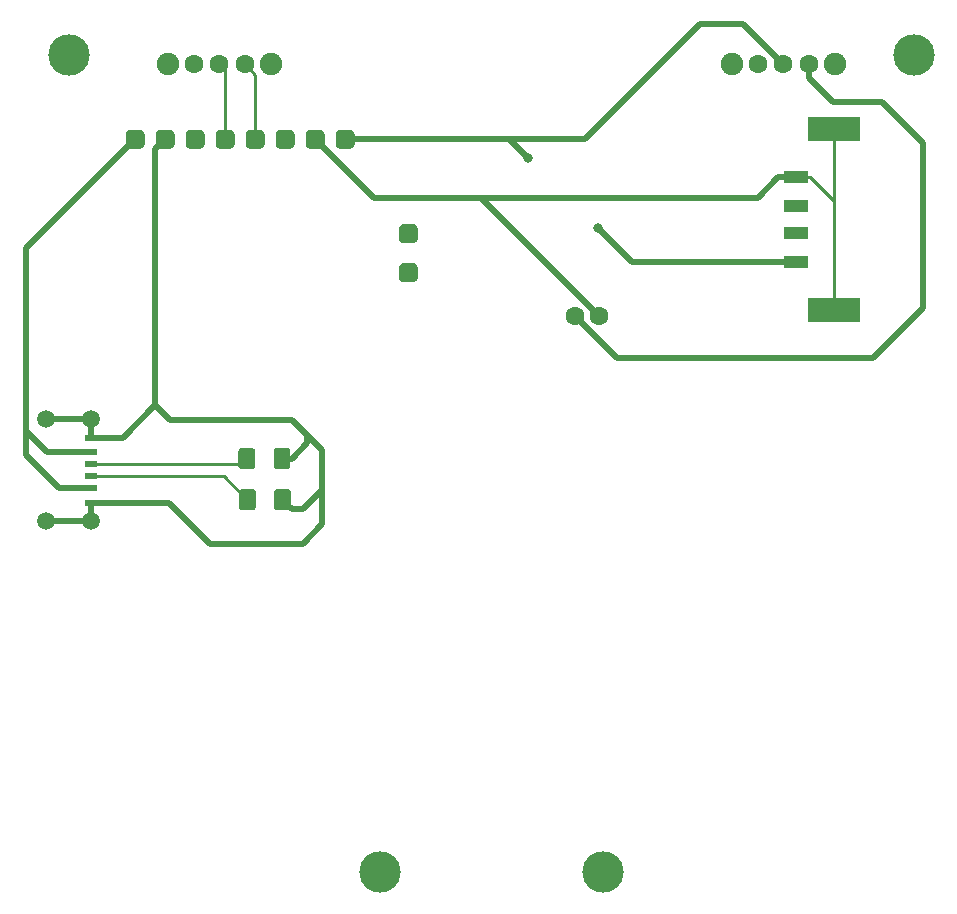
<source format=gbr>
G04 #@! TF.GenerationSoftware,KiCad,Pcbnew,5.0.2+dfsg1-1~bpo9+1*
G04 #@! TF.CreationDate,2019-09-03T10:55:47+01:00*
G04 #@! TF.ProjectId,retro_zero+a_power_board,72657472-6f5f-47a6-9572-6f2b615f706f,rev?*
G04 #@! TF.SameCoordinates,Original*
G04 #@! TF.FileFunction,Copper,L1,Top*
G04 #@! TF.FilePolarity,Positive*
%FSLAX46Y46*%
G04 Gerber Fmt 4.6, Leading zero omitted, Abs format (unit mm)*
G04 Created by KiCad (PCBNEW 5.0.2+dfsg1-1~bpo9+1) date Tue 03 Sep 2019 10:55:47 BST*
%MOMM*%
%LPD*%
G01*
G04 APERTURE LIST*
G04 #@! TA.AperFunction,ComponentPad*
%ADD10C,3.500000*%
G04 #@! TD*
G04 #@! TA.AperFunction,ComponentPad*
%ADD11C,1.600000*%
G04 #@! TD*
G04 #@! TA.AperFunction,ComponentPad*
%ADD12C,1.900000*%
G04 #@! TD*
G04 #@! TA.AperFunction,Conductor*
%ADD13C,0.100000*%
G04 #@! TD*
G04 #@! TA.AperFunction,SMDPad,CuDef*
%ADD14C,1.600000*%
G04 #@! TD*
G04 #@! TA.AperFunction,SMDPad,CuDef*
%ADD15C,1.425000*%
G04 #@! TD*
G04 #@! TA.AperFunction,SMDPad,CuDef*
%ADD16R,1.000000X0.520000*%
G04 #@! TD*
G04 #@! TA.AperFunction,SMDPad,CuDef*
%ADD17R,1.000000X0.600000*%
G04 #@! TD*
G04 #@! TA.AperFunction,ComponentPad*
%ADD18C,1.500000*%
G04 #@! TD*
G04 #@! TA.AperFunction,SMDPad,CuDef*
%ADD19R,2.000000X1.000000*%
G04 #@! TD*
G04 #@! TA.AperFunction,SMDPad,CuDef*
%ADD20R,4.500000X2.000000*%
G04 #@! TD*
G04 #@! TA.AperFunction,ViaPad*
%ADD21C,0.800000*%
G04 #@! TD*
G04 #@! TA.AperFunction,Conductor*
%ADD22C,0.500000*%
G04 #@! TD*
G04 #@! TA.AperFunction,Conductor*
%ADD23C,0.250000*%
G04 #@! TD*
G04 APERTURE END LIST*
D10*
G04 #@! TO.P,U5,1*
G04 #@! TO.N,Net-(U5-Pad1)*
X182829200Y-44081700D03*
G04 #@! TD*
G04 #@! TO.P,U6,1*
G04 #@! TO.N,Net-(U6-Pad1)*
X111252000Y-44081700D03*
G04 #@! TD*
G04 #@! TO.P,U7,1*
G04 #@! TO.N,Net-(U7-Pad1)*
X137617200Y-113182400D03*
G04 #@! TD*
G04 #@! TO.P,U8,1*
G04 #@! TO.N,Net-(U8-Pad1)*
X156464000Y-113182400D03*
G04 #@! TD*
D11*
G04 #@! TO.P,SW1,1*
G04 #@! TO.N,Net-(SW1-Pad1)*
X169595800Y-44831000D03*
G04 #@! TO.P,SW1,2*
G04 #@! TO.N,Net-(J1-Pad1)*
X171754800Y-44831000D03*
G04 #@! TO.P,SW1,3*
G04 #@! TO.N,Net-(SW1-Pad3)*
X173913800Y-44831000D03*
D12*
G04 #@! TO.P,SW1,4*
G04 #@! TO.N,N/C*
X167411400Y-44831000D03*
X176123600Y-44831000D03*
G04 #@! TD*
G04 #@! TO.P,SW2,4*
G04 #@! TO.N,N/C*
X128384300Y-44843700D03*
X119672100Y-44843700D03*
D11*
G04 #@! TO.P,SW2,3*
G04 #@! TO.N,Net-(SW2-Pad3)*
X126174500Y-44843700D03*
G04 #@! TO.P,SW2,2*
G04 #@! TO.N,Net-(SW2-Pad2)*
X124015500Y-44843700D03*
G04 #@! TO.P,SW2,1*
G04 #@! TO.N,Net-(SW2-Pad1)*
X121856500Y-44843700D03*
G04 #@! TD*
G04 #@! TO.P,U1,1*
G04 #@! TO.N,Net-(J1-Pad4)*
X156159200Y-66116200D03*
G04 #@! TO.P,U1,2*
G04 #@! TO.N,Net-(SW1-Pad3)*
X154127200Y-66116200D03*
G04 #@! TD*
D13*
G04 #@! TO.N,Net-(U2-Pad1)*
G04 #@! TO.C,U2*
G36*
X117330069Y-50368119D02*
X117368898Y-50373879D01*
X117406976Y-50383417D01*
X117443935Y-50396641D01*
X117479421Y-50413424D01*
X117513090Y-50433605D01*
X117544619Y-50456989D01*
X117573705Y-50483350D01*
X117600066Y-50512436D01*
X117623450Y-50543965D01*
X117643631Y-50577634D01*
X117660414Y-50613120D01*
X117673638Y-50650079D01*
X117683176Y-50688157D01*
X117688936Y-50726986D01*
X117690862Y-50766193D01*
X117690862Y-51566193D01*
X117688936Y-51605400D01*
X117683176Y-51644229D01*
X117673638Y-51682307D01*
X117660414Y-51719266D01*
X117643631Y-51754752D01*
X117623450Y-51788421D01*
X117600066Y-51819950D01*
X117573705Y-51849036D01*
X117544619Y-51875397D01*
X117513090Y-51898781D01*
X117479421Y-51918962D01*
X117443935Y-51935745D01*
X117406976Y-51948969D01*
X117368898Y-51958507D01*
X117330069Y-51964267D01*
X117290862Y-51966193D01*
X116490862Y-51966193D01*
X116451655Y-51964267D01*
X116412826Y-51958507D01*
X116374748Y-51948969D01*
X116337789Y-51935745D01*
X116302303Y-51918962D01*
X116268634Y-51898781D01*
X116237105Y-51875397D01*
X116208019Y-51849036D01*
X116181658Y-51819950D01*
X116158274Y-51788421D01*
X116138093Y-51754752D01*
X116121310Y-51719266D01*
X116108086Y-51682307D01*
X116098548Y-51644229D01*
X116092788Y-51605400D01*
X116090862Y-51566193D01*
X116090862Y-50766193D01*
X116092788Y-50726986D01*
X116098548Y-50688157D01*
X116108086Y-50650079D01*
X116121310Y-50613120D01*
X116138093Y-50577634D01*
X116158274Y-50543965D01*
X116181658Y-50512436D01*
X116208019Y-50483350D01*
X116237105Y-50456989D01*
X116268634Y-50433605D01*
X116302303Y-50413424D01*
X116337789Y-50396641D01*
X116374748Y-50383417D01*
X116412826Y-50373879D01*
X116451655Y-50368119D01*
X116490862Y-50366193D01*
X117290862Y-50366193D01*
X117330069Y-50368119D01*
X117330069Y-50368119D01*
G37*
D14*
G04 #@! TD*
G04 #@! TO.P,U2,1*
G04 #@! TO.N,Net-(U2-Pad1)*
X116890862Y-51166193D03*
D13*
G04 #@! TO.N,Net-(R1-Pad1)*
G04 #@! TO.C,U2*
G36*
X119870069Y-50368119D02*
X119908898Y-50373879D01*
X119946976Y-50383417D01*
X119983935Y-50396641D01*
X120019421Y-50413424D01*
X120053090Y-50433605D01*
X120084619Y-50456989D01*
X120113705Y-50483350D01*
X120140066Y-50512436D01*
X120163450Y-50543965D01*
X120183631Y-50577634D01*
X120200414Y-50613120D01*
X120213638Y-50650079D01*
X120223176Y-50688157D01*
X120228936Y-50726986D01*
X120230862Y-50766193D01*
X120230862Y-51566193D01*
X120228936Y-51605400D01*
X120223176Y-51644229D01*
X120213638Y-51682307D01*
X120200414Y-51719266D01*
X120183631Y-51754752D01*
X120163450Y-51788421D01*
X120140066Y-51819950D01*
X120113705Y-51849036D01*
X120084619Y-51875397D01*
X120053090Y-51898781D01*
X120019421Y-51918962D01*
X119983935Y-51935745D01*
X119946976Y-51948969D01*
X119908898Y-51958507D01*
X119870069Y-51964267D01*
X119830862Y-51966193D01*
X119030862Y-51966193D01*
X118991655Y-51964267D01*
X118952826Y-51958507D01*
X118914748Y-51948969D01*
X118877789Y-51935745D01*
X118842303Y-51918962D01*
X118808634Y-51898781D01*
X118777105Y-51875397D01*
X118748019Y-51849036D01*
X118721658Y-51819950D01*
X118698274Y-51788421D01*
X118678093Y-51754752D01*
X118661310Y-51719266D01*
X118648086Y-51682307D01*
X118638548Y-51644229D01*
X118632788Y-51605400D01*
X118630862Y-51566193D01*
X118630862Y-50766193D01*
X118632788Y-50726986D01*
X118638548Y-50688157D01*
X118648086Y-50650079D01*
X118661310Y-50613120D01*
X118678093Y-50577634D01*
X118698274Y-50543965D01*
X118721658Y-50512436D01*
X118748019Y-50483350D01*
X118777105Y-50456989D01*
X118808634Y-50433605D01*
X118842303Y-50413424D01*
X118877789Y-50396641D01*
X118914748Y-50383417D01*
X118952826Y-50373879D01*
X118991655Y-50368119D01*
X119030862Y-50366193D01*
X119830862Y-50366193D01*
X119870069Y-50368119D01*
X119870069Y-50368119D01*
G37*
D14*
G04 #@! TD*
G04 #@! TO.P,U2,2*
G04 #@! TO.N,Net-(R1-Pad1)*
X119430862Y-51166193D03*
D13*
G04 #@! TO.N,Net-(U2-Pad3)*
G04 #@! TO.C,U2*
G36*
X122410069Y-50368119D02*
X122448898Y-50373879D01*
X122486976Y-50383417D01*
X122523935Y-50396641D01*
X122559421Y-50413424D01*
X122593090Y-50433605D01*
X122624619Y-50456989D01*
X122653705Y-50483350D01*
X122680066Y-50512436D01*
X122703450Y-50543965D01*
X122723631Y-50577634D01*
X122740414Y-50613120D01*
X122753638Y-50650079D01*
X122763176Y-50688157D01*
X122768936Y-50726986D01*
X122770862Y-50766193D01*
X122770862Y-51566193D01*
X122768936Y-51605400D01*
X122763176Y-51644229D01*
X122753638Y-51682307D01*
X122740414Y-51719266D01*
X122723631Y-51754752D01*
X122703450Y-51788421D01*
X122680066Y-51819950D01*
X122653705Y-51849036D01*
X122624619Y-51875397D01*
X122593090Y-51898781D01*
X122559421Y-51918962D01*
X122523935Y-51935745D01*
X122486976Y-51948969D01*
X122448898Y-51958507D01*
X122410069Y-51964267D01*
X122370862Y-51966193D01*
X121570862Y-51966193D01*
X121531655Y-51964267D01*
X121492826Y-51958507D01*
X121454748Y-51948969D01*
X121417789Y-51935745D01*
X121382303Y-51918962D01*
X121348634Y-51898781D01*
X121317105Y-51875397D01*
X121288019Y-51849036D01*
X121261658Y-51819950D01*
X121238274Y-51788421D01*
X121218093Y-51754752D01*
X121201310Y-51719266D01*
X121188086Y-51682307D01*
X121178548Y-51644229D01*
X121172788Y-51605400D01*
X121170862Y-51566193D01*
X121170862Y-50766193D01*
X121172788Y-50726986D01*
X121178548Y-50688157D01*
X121188086Y-50650079D01*
X121201310Y-50613120D01*
X121218093Y-50577634D01*
X121238274Y-50543965D01*
X121261658Y-50512436D01*
X121288019Y-50483350D01*
X121317105Y-50456989D01*
X121348634Y-50433605D01*
X121382303Y-50413424D01*
X121417789Y-50396641D01*
X121454748Y-50383417D01*
X121492826Y-50373879D01*
X121531655Y-50368119D01*
X121570862Y-50366193D01*
X122370862Y-50366193D01*
X122410069Y-50368119D01*
X122410069Y-50368119D01*
G37*
D14*
G04 #@! TD*
G04 #@! TO.P,U2,3*
G04 #@! TO.N,Net-(U2-Pad3)*
X121970862Y-51166193D03*
D13*
G04 #@! TO.N,Net-(SW2-Pad2)*
G04 #@! TO.C,U2*
G36*
X124950069Y-50368119D02*
X124988898Y-50373879D01*
X125026976Y-50383417D01*
X125063935Y-50396641D01*
X125099421Y-50413424D01*
X125133090Y-50433605D01*
X125164619Y-50456989D01*
X125193705Y-50483350D01*
X125220066Y-50512436D01*
X125243450Y-50543965D01*
X125263631Y-50577634D01*
X125280414Y-50613120D01*
X125293638Y-50650079D01*
X125303176Y-50688157D01*
X125308936Y-50726986D01*
X125310862Y-50766193D01*
X125310862Y-51566193D01*
X125308936Y-51605400D01*
X125303176Y-51644229D01*
X125293638Y-51682307D01*
X125280414Y-51719266D01*
X125263631Y-51754752D01*
X125243450Y-51788421D01*
X125220066Y-51819950D01*
X125193705Y-51849036D01*
X125164619Y-51875397D01*
X125133090Y-51898781D01*
X125099421Y-51918962D01*
X125063935Y-51935745D01*
X125026976Y-51948969D01*
X124988898Y-51958507D01*
X124950069Y-51964267D01*
X124910862Y-51966193D01*
X124110862Y-51966193D01*
X124071655Y-51964267D01*
X124032826Y-51958507D01*
X123994748Y-51948969D01*
X123957789Y-51935745D01*
X123922303Y-51918962D01*
X123888634Y-51898781D01*
X123857105Y-51875397D01*
X123828019Y-51849036D01*
X123801658Y-51819950D01*
X123778274Y-51788421D01*
X123758093Y-51754752D01*
X123741310Y-51719266D01*
X123728086Y-51682307D01*
X123718548Y-51644229D01*
X123712788Y-51605400D01*
X123710862Y-51566193D01*
X123710862Y-50766193D01*
X123712788Y-50726986D01*
X123718548Y-50688157D01*
X123728086Y-50650079D01*
X123741310Y-50613120D01*
X123758093Y-50577634D01*
X123778274Y-50543965D01*
X123801658Y-50512436D01*
X123828019Y-50483350D01*
X123857105Y-50456989D01*
X123888634Y-50433605D01*
X123922303Y-50413424D01*
X123957789Y-50396641D01*
X123994748Y-50383417D01*
X124032826Y-50373879D01*
X124071655Y-50368119D01*
X124110862Y-50366193D01*
X124910862Y-50366193D01*
X124950069Y-50368119D01*
X124950069Y-50368119D01*
G37*
D14*
G04 #@! TD*
G04 #@! TO.P,U2,4*
G04 #@! TO.N,Net-(SW2-Pad2)*
X124510862Y-51166193D03*
D13*
G04 #@! TO.N,Net-(SW2-Pad3)*
G04 #@! TO.C,U2*
G36*
X127490069Y-50368119D02*
X127528898Y-50373879D01*
X127566976Y-50383417D01*
X127603935Y-50396641D01*
X127639421Y-50413424D01*
X127673090Y-50433605D01*
X127704619Y-50456989D01*
X127733705Y-50483350D01*
X127760066Y-50512436D01*
X127783450Y-50543965D01*
X127803631Y-50577634D01*
X127820414Y-50613120D01*
X127833638Y-50650079D01*
X127843176Y-50688157D01*
X127848936Y-50726986D01*
X127850862Y-50766193D01*
X127850862Y-51566193D01*
X127848936Y-51605400D01*
X127843176Y-51644229D01*
X127833638Y-51682307D01*
X127820414Y-51719266D01*
X127803631Y-51754752D01*
X127783450Y-51788421D01*
X127760066Y-51819950D01*
X127733705Y-51849036D01*
X127704619Y-51875397D01*
X127673090Y-51898781D01*
X127639421Y-51918962D01*
X127603935Y-51935745D01*
X127566976Y-51948969D01*
X127528898Y-51958507D01*
X127490069Y-51964267D01*
X127450862Y-51966193D01*
X126650862Y-51966193D01*
X126611655Y-51964267D01*
X126572826Y-51958507D01*
X126534748Y-51948969D01*
X126497789Y-51935745D01*
X126462303Y-51918962D01*
X126428634Y-51898781D01*
X126397105Y-51875397D01*
X126368019Y-51849036D01*
X126341658Y-51819950D01*
X126318274Y-51788421D01*
X126298093Y-51754752D01*
X126281310Y-51719266D01*
X126268086Y-51682307D01*
X126258548Y-51644229D01*
X126252788Y-51605400D01*
X126250862Y-51566193D01*
X126250862Y-50766193D01*
X126252788Y-50726986D01*
X126258548Y-50688157D01*
X126268086Y-50650079D01*
X126281310Y-50613120D01*
X126298093Y-50577634D01*
X126318274Y-50543965D01*
X126341658Y-50512436D01*
X126368019Y-50483350D01*
X126397105Y-50456989D01*
X126428634Y-50433605D01*
X126462303Y-50413424D01*
X126497789Y-50396641D01*
X126534748Y-50383417D01*
X126572826Y-50373879D01*
X126611655Y-50368119D01*
X126650862Y-50366193D01*
X127450862Y-50366193D01*
X127490069Y-50368119D01*
X127490069Y-50368119D01*
G37*
D14*
G04 #@! TD*
G04 #@! TO.P,U2,5*
G04 #@! TO.N,Net-(SW2-Pad3)*
X127050862Y-51166193D03*
D13*
G04 #@! TO.N,Net-(U2-Pad6)*
G04 #@! TO.C,U2*
G36*
X130030069Y-50368119D02*
X130068898Y-50373879D01*
X130106976Y-50383417D01*
X130143935Y-50396641D01*
X130179421Y-50413424D01*
X130213090Y-50433605D01*
X130244619Y-50456989D01*
X130273705Y-50483350D01*
X130300066Y-50512436D01*
X130323450Y-50543965D01*
X130343631Y-50577634D01*
X130360414Y-50613120D01*
X130373638Y-50650079D01*
X130383176Y-50688157D01*
X130388936Y-50726986D01*
X130390862Y-50766193D01*
X130390862Y-51566193D01*
X130388936Y-51605400D01*
X130383176Y-51644229D01*
X130373638Y-51682307D01*
X130360414Y-51719266D01*
X130343631Y-51754752D01*
X130323450Y-51788421D01*
X130300066Y-51819950D01*
X130273705Y-51849036D01*
X130244619Y-51875397D01*
X130213090Y-51898781D01*
X130179421Y-51918962D01*
X130143935Y-51935745D01*
X130106976Y-51948969D01*
X130068898Y-51958507D01*
X130030069Y-51964267D01*
X129990862Y-51966193D01*
X129190862Y-51966193D01*
X129151655Y-51964267D01*
X129112826Y-51958507D01*
X129074748Y-51948969D01*
X129037789Y-51935745D01*
X129002303Y-51918962D01*
X128968634Y-51898781D01*
X128937105Y-51875397D01*
X128908019Y-51849036D01*
X128881658Y-51819950D01*
X128858274Y-51788421D01*
X128838093Y-51754752D01*
X128821310Y-51719266D01*
X128808086Y-51682307D01*
X128798548Y-51644229D01*
X128792788Y-51605400D01*
X128790862Y-51566193D01*
X128790862Y-50766193D01*
X128792788Y-50726986D01*
X128798548Y-50688157D01*
X128808086Y-50650079D01*
X128821310Y-50613120D01*
X128838093Y-50577634D01*
X128858274Y-50543965D01*
X128881658Y-50512436D01*
X128908019Y-50483350D01*
X128937105Y-50456989D01*
X128968634Y-50433605D01*
X129002303Y-50413424D01*
X129037789Y-50396641D01*
X129074748Y-50383417D01*
X129112826Y-50373879D01*
X129151655Y-50368119D01*
X129190862Y-50366193D01*
X129990862Y-50366193D01*
X130030069Y-50368119D01*
X130030069Y-50368119D01*
G37*
D14*
G04 #@! TD*
G04 #@! TO.P,U2,6*
G04 #@! TO.N,Net-(U2-Pad6)*
X129590862Y-51166193D03*
D13*
G04 #@! TO.N,Net-(J1-Pad4)*
G04 #@! TO.C,U2*
G36*
X132570069Y-50368119D02*
X132608898Y-50373879D01*
X132646976Y-50383417D01*
X132683935Y-50396641D01*
X132719421Y-50413424D01*
X132753090Y-50433605D01*
X132784619Y-50456989D01*
X132813705Y-50483350D01*
X132840066Y-50512436D01*
X132863450Y-50543965D01*
X132883631Y-50577634D01*
X132900414Y-50613120D01*
X132913638Y-50650079D01*
X132923176Y-50688157D01*
X132928936Y-50726986D01*
X132930862Y-50766193D01*
X132930862Y-51566193D01*
X132928936Y-51605400D01*
X132923176Y-51644229D01*
X132913638Y-51682307D01*
X132900414Y-51719266D01*
X132883631Y-51754752D01*
X132863450Y-51788421D01*
X132840066Y-51819950D01*
X132813705Y-51849036D01*
X132784619Y-51875397D01*
X132753090Y-51898781D01*
X132719421Y-51918962D01*
X132683935Y-51935745D01*
X132646976Y-51948969D01*
X132608898Y-51958507D01*
X132570069Y-51964267D01*
X132530862Y-51966193D01*
X131730862Y-51966193D01*
X131691655Y-51964267D01*
X131652826Y-51958507D01*
X131614748Y-51948969D01*
X131577789Y-51935745D01*
X131542303Y-51918962D01*
X131508634Y-51898781D01*
X131477105Y-51875397D01*
X131448019Y-51849036D01*
X131421658Y-51819950D01*
X131398274Y-51788421D01*
X131378093Y-51754752D01*
X131361310Y-51719266D01*
X131348086Y-51682307D01*
X131338548Y-51644229D01*
X131332788Y-51605400D01*
X131330862Y-51566193D01*
X131330862Y-50766193D01*
X131332788Y-50726986D01*
X131338548Y-50688157D01*
X131348086Y-50650079D01*
X131361310Y-50613120D01*
X131378093Y-50577634D01*
X131398274Y-50543965D01*
X131421658Y-50512436D01*
X131448019Y-50483350D01*
X131477105Y-50456989D01*
X131508634Y-50433605D01*
X131542303Y-50413424D01*
X131577789Y-50396641D01*
X131614748Y-50383417D01*
X131652826Y-50373879D01*
X131691655Y-50368119D01*
X131730862Y-50366193D01*
X132530862Y-50366193D01*
X132570069Y-50368119D01*
X132570069Y-50368119D01*
G37*
D14*
G04 #@! TD*
G04 #@! TO.P,U2,7*
G04 #@! TO.N,Net-(J1-Pad4)*
X132130862Y-51166193D03*
D13*
G04 #@! TO.N,Net-(J1-Pad1)*
G04 #@! TO.C,U2*
G36*
X135110069Y-50368119D02*
X135148898Y-50373879D01*
X135186976Y-50383417D01*
X135223935Y-50396641D01*
X135259421Y-50413424D01*
X135293090Y-50433605D01*
X135324619Y-50456989D01*
X135353705Y-50483350D01*
X135380066Y-50512436D01*
X135403450Y-50543965D01*
X135423631Y-50577634D01*
X135440414Y-50613120D01*
X135453638Y-50650079D01*
X135463176Y-50688157D01*
X135468936Y-50726986D01*
X135470862Y-50766193D01*
X135470862Y-51566193D01*
X135468936Y-51605400D01*
X135463176Y-51644229D01*
X135453638Y-51682307D01*
X135440414Y-51719266D01*
X135423631Y-51754752D01*
X135403450Y-51788421D01*
X135380066Y-51819950D01*
X135353705Y-51849036D01*
X135324619Y-51875397D01*
X135293090Y-51898781D01*
X135259421Y-51918962D01*
X135223935Y-51935745D01*
X135186976Y-51948969D01*
X135148898Y-51958507D01*
X135110069Y-51964267D01*
X135070862Y-51966193D01*
X134270862Y-51966193D01*
X134231655Y-51964267D01*
X134192826Y-51958507D01*
X134154748Y-51948969D01*
X134117789Y-51935745D01*
X134082303Y-51918962D01*
X134048634Y-51898781D01*
X134017105Y-51875397D01*
X133988019Y-51849036D01*
X133961658Y-51819950D01*
X133938274Y-51788421D01*
X133918093Y-51754752D01*
X133901310Y-51719266D01*
X133888086Y-51682307D01*
X133878548Y-51644229D01*
X133872788Y-51605400D01*
X133870862Y-51566193D01*
X133870862Y-50766193D01*
X133872788Y-50726986D01*
X133878548Y-50688157D01*
X133888086Y-50650079D01*
X133901310Y-50613120D01*
X133918093Y-50577634D01*
X133938274Y-50543965D01*
X133961658Y-50512436D01*
X133988019Y-50483350D01*
X134017105Y-50456989D01*
X134048634Y-50433605D01*
X134082303Y-50413424D01*
X134117789Y-50396641D01*
X134154748Y-50383417D01*
X134192826Y-50373879D01*
X134231655Y-50368119D01*
X134270862Y-50366193D01*
X135070862Y-50366193D01*
X135110069Y-50368119D01*
X135110069Y-50368119D01*
G37*
D14*
G04 #@! TD*
G04 #@! TO.P,U2,8*
G04 #@! TO.N,Net-(J1-Pad1)*
X134670862Y-51166193D03*
D13*
G04 #@! TO.N,Net-(U2-Pad9)*
G04 #@! TO.C,U2*
G36*
X140469407Y-58371226D02*
X140508236Y-58376986D01*
X140546314Y-58386524D01*
X140583273Y-58399748D01*
X140618759Y-58416531D01*
X140652428Y-58436712D01*
X140683957Y-58460096D01*
X140713043Y-58486457D01*
X140739404Y-58515543D01*
X140762788Y-58547072D01*
X140782969Y-58580741D01*
X140799752Y-58616227D01*
X140812976Y-58653186D01*
X140822514Y-58691264D01*
X140828274Y-58730093D01*
X140830200Y-58769300D01*
X140830200Y-59569300D01*
X140828274Y-59608507D01*
X140822514Y-59647336D01*
X140812976Y-59685414D01*
X140799752Y-59722373D01*
X140782969Y-59757859D01*
X140762788Y-59791528D01*
X140739404Y-59823057D01*
X140713043Y-59852143D01*
X140683957Y-59878504D01*
X140652428Y-59901888D01*
X140618759Y-59922069D01*
X140583273Y-59938852D01*
X140546314Y-59952076D01*
X140508236Y-59961614D01*
X140469407Y-59967374D01*
X140430200Y-59969300D01*
X139630200Y-59969300D01*
X139590993Y-59967374D01*
X139552164Y-59961614D01*
X139514086Y-59952076D01*
X139477127Y-59938852D01*
X139441641Y-59922069D01*
X139407972Y-59901888D01*
X139376443Y-59878504D01*
X139347357Y-59852143D01*
X139320996Y-59823057D01*
X139297612Y-59791528D01*
X139277431Y-59757859D01*
X139260648Y-59722373D01*
X139247424Y-59685414D01*
X139237886Y-59647336D01*
X139232126Y-59608507D01*
X139230200Y-59569300D01*
X139230200Y-58769300D01*
X139232126Y-58730093D01*
X139237886Y-58691264D01*
X139247424Y-58653186D01*
X139260648Y-58616227D01*
X139277431Y-58580741D01*
X139297612Y-58547072D01*
X139320996Y-58515543D01*
X139347357Y-58486457D01*
X139376443Y-58460096D01*
X139407972Y-58436712D01*
X139441641Y-58416531D01*
X139477127Y-58399748D01*
X139514086Y-58386524D01*
X139552164Y-58376986D01*
X139590993Y-58371226D01*
X139630200Y-58369300D01*
X140430200Y-58369300D01*
X140469407Y-58371226D01*
X140469407Y-58371226D01*
G37*
D14*
G04 #@! TD*
G04 #@! TO.P,U2,9*
G04 #@! TO.N,Net-(U2-Pad9)*
X140030200Y-59169300D03*
D13*
G04 #@! TO.N,Net-(U2-Pad10)*
G04 #@! TO.C,U2*
G36*
X140469407Y-61673226D02*
X140508236Y-61678986D01*
X140546314Y-61688524D01*
X140583273Y-61701748D01*
X140618759Y-61718531D01*
X140652428Y-61738712D01*
X140683957Y-61762096D01*
X140713043Y-61788457D01*
X140739404Y-61817543D01*
X140762788Y-61849072D01*
X140782969Y-61882741D01*
X140799752Y-61918227D01*
X140812976Y-61955186D01*
X140822514Y-61993264D01*
X140828274Y-62032093D01*
X140830200Y-62071300D01*
X140830200Y-62871300D01*
X140828274Y-62910507D01*
X140822514Y-62949336D01*
X140812976Y-62987414D01*
X140799752Y-63024373D01*
X140782969Y-63059859D01*
X140762788Y-63093528D01*
X140739404Y-63125057D01*
X140713043Y-63154143D01*
X140683957Y-63180504D01*
X140652428Y-63203888D01*
X140618759Y-63224069D01*
X140583273Y-63240852D01*
X140546314Y-63254076D01*
X140508236Y-63263614D01*
X140469407Y-63269374D01*
X140430200Y-63271300D01*
X139630200Y-63271300D01*
X139590993Y-63269374D01*
X139552164Y-63263614D01*
X139514086Y-63254076D01*
X139477127Y-63240852D01*
X139441641Y-63224069D01*
X139407972Y-63203888D01*
X139376443Y-63180504D01*
X139347357Y-63154143D01*
X139320996Y-63125057D01*
X139297612Y-63093528D01*
X139277431Y-63059859D01*
X139260648Y-63024373D01*
X139247424Y-62987414D01*
X139237886Y-62949336D01*
X139232126Y-62910507D01*
X139230200Y-62871300D01*
X139230200Y-62071300D01*
X139232126Y-62032093D01*
X139237886Y-61993264D01*
X139247424Y-61955186D01*
X139260648Y-61918227D01*
X139277431Y-61882741D01*
X139297612Y-61849072D01*
X139320996Y-61817543D01*
X139347357Y-61788457D01*
X139376443Y-61762096D01*
X139407972Y-61738712D01*
X139441641Y-61718531D01*
X139477127Y-61701748D01*
X139514086Y-61688524D01*
X139552164Y-61678986D01*
X139590993Y-61673226D01*
X139630200Y-61671300D01*
X140430200Y-61671300D01*
X140469407Y-61673226D01*
X140469407Y-61673226D01*
G37*
D14*
G04 #@! TD*
G04 #@! TO.P,U2,10*
G04 #@! TO.N,Net-(U2-Pad10)*
X140030200Y-62471300D03*
D13*
G04 #@! TO.N,Net-(R1-Pad1)*
G04 #@! TO.C,5.1k*
G36*
X129849204Y-80825304D02*
X129873473Y-80828904D01*
X129897271Y-80834865D01*
X129920371Y-80843130D01*
X129942549Y-80853620D01*
X129963593Y-80866233D01*
X129983298Y-80880847D01*
X130001477Y-80897323D01*
X130017953Y-80915502D01*
X130032567Y-80935207D01*
X130045180Y-80956251D01*
X130055670Y-80978429D01*
X130063935Y-81001529D01*
X130069896Y-81025327D01*
X130073496Y-81049596D01*
X130074700Y-81074100D01*
X130074700Y-82324100D01*
X130073496Y-82348604D01*
X130069896Y-82372873D01*
X130063935Y-82396671D01*
X130055670Y-82419771D01*
X130045180Y-82441949D01*
X130032567Y-82462993D01*
X130017953Y-82482698D01*
X130001477Y-82500877D01*
X129983298Y-82517353D01*
X129963593Y-82531967D01*
X129942549Y-82544580D01*
X129920371Y-82555070D01*
X129897271Y-82563335D01*
X129873473Y-82569296D01*
X129849204Y-82572896D01*
X129824700Y-82574100D01*
X128899700Y-82574100D01*
X128875196Y-82572896D01*
X128850927Y-82569296D01*
X128827129Y-82563335D01*
X128804029Y-82555070D01*
X128781851Y-82544580D01*
X128760807Y-82531967D01*
X128741102Y-82517353D01*
X128722923Y-82500877D01*
X128706447Y-82482698D01*
X128691833Y-82462993D01*
X128679220Y-82441949D01*
X128668730Y-82419771D01*
X128660465Y-82396671D01*
X128654504Y-82372873D01*
X128650904Y-82348604D01*
X128649700Y-82324100D01*
X128649700Y-81074100D01*
X128650904Y-81049596D01*
X128654504Y-81025327D01*
X128660465Y-81001529D01*
X128668730Y-80978429D01*
X128679220Y-80956251D01*
X128691833Y-80935207D01*
X128706447Y-80915502D01*
X128722923Y-80897323D01*
X128741102Y-80880847D01*
X128760807Y-80866233D01*
X128781851Y-80853620D01*
X128804029Y-80843130D01*
X128827129Y-80834865D01*
X128850927Y-80828904D01*
X128875196Y-80825304D01*
X128899700Y-80824100D01*
X129824700Y-80824100D01*
X129849204Y-80825304D01*
X129849204Y-80825304D01*
G37*
D15*
G04 #@! TD*
G04 #@! TO.P,5.1k,1*
G04 #@! TO.N,Net-(R1-Pad1)*
X129362200Y-81699100D03*
D13*
G04 #@! TO.N,Net-(R1-Pad2)*
G04 #@! TO.C,5.1k*
G36*
X126874204Y-80825304D02*
X126898473Y-80828904D01*
X126922271Y-80834865D01*
X126945371Y-80843130D01*
X126967549Y-80853620D01*
X126988593Y-80866233D01*
X127008298Y-80880847D01*
X127026477Y-80897323D01*
X127042953Y-80915502D01*
X127057567Y-80935207D01*
X127070180Y-80956251D01*
X127080670Y-80978429D01*
X127088935Y-81001529D01*
X127094896Y-81025327D01*
X127098496Y-81049596D01*
X127099700Y-81074100D01*
X127099700Y-82324100D01*
X127098496Y-82348604D01*
X127094896Y-82372873D01*
X127088935Y-82396671D01*
X127080670Y-82419771D01*
X127070180Y-82441949D01*
X127057567Y-82462993D01*
X127042953Y-82482698D01*
X127026477Y-82500877D01*
X127008298Y-82517353D01*
X126988593Y-82531967D01*
X126967549Y-82544580D01*
X126945371Y-82555070D01*
X126922271Y-82563335D01*
X126898473Y-82569296D01*
X126874204Y-82572896D01*
X126849700Y-82574100D01*
X125924700Y-82574100D01*
X125900196Y-82572896D01*
X125875927Y-82569296D01*
X125852129Y-82563335D01*
X125829029Y-82555070D01*
X125806851Y-82544580D01*
X125785807Y-82531967D01*
X125766102Y-82517353D01*
X125747923Y-82500877D01*
X125731447Y-82482698D01*
X125716833Y-82462993D01*
X125704220Y-82441949D01*
X125693730Y-82419771D01*
X125685465Y-82396671D01*
X125679504Y-82372873D01*
X125675904Y-82348604D01*
X125674700Y-82324100D01*
X125674700Y-81074100D01*
X125675904Y-81049596D01*
X125679504Y-81025327D01*
X125685465Y-81001529D01*
X125693730Y-80978429D01*
X125704220Y-80956251D01*
X125716833Y-80935207D01*
X125731447Y-80915502D01*
X125747923Y-80897323D01*
X125766102Y-80880847D01*
X125785807Y-80866233D01*
X125806851Y-80853620D01*
X125829029Y-80843130D01*
X125852129Y-80834865D01*
X125875927Y-80828904D01*
X125900196Y-80825304D01*
X125924700Y-80824100D01*
X126849700Y-80824100D01*
X126874204Y-80825304D01*
X126874204Y-80825304D01*
G37*
D15*
G04 #@! TD*
G04 #@! TO.P,5.1k,2*
G04 #@! TO.N,Net-(R1-Pad2)*
X126387200Y-81699100D03*
D13*
G04 #@! TO.N,Net-(R2-Pad2)*
G04 #@! TO.C,5.1k*
G36*
X126839304Y-77345504D02*
X126863573Y-77349104D01*
X126887371Y-77355065D01*
X126910471Y-77363330D01*
X126932649Y-77373820D01*
X126953693Y-77386433D01*
X126973398Y-77401047D01*
X126991577Y-77417523D01*
X127008053Y-77435702D01*
X127022667Y-77455407D01*
X127035280Y-77476451D01*
X127045770Y-77498629D01*
X127054035Y-77521729D01*
X127059996Y-77545527D01*
X127063596Y-77569796D01*
X127064800Y-77594300D01*
X127064800Y-78844300D01*
X127063596Y-78868804D01*
X127059996Y-78893073D01*
X127054035Y-78916871D01*
X127045770Y-78939971D01*
X127035280Y-78962149D01*
X127022667Y-78983193D01*
X127008053Y-79002898D01*
X126991577Y-79021077D01*
X126973398Y-79037553D01*
X126953693Y-79052167D01*
X126932649Y-79064780D01*
X126910471Y-79075270D01*
X126887371Y-79083535D01*
X126863573Y-79089496D01*
X126839304Y-79093096D01*
X126814800Y-79094300D01*
X125889800Y-79094300D01*
X125865296Y-79093096D01*
X125841027Y-79089496D01*
X125817229Y-79083535D01*
X125794129Y-79075270D01*
X125771951Y-79064780D01*
X125750907Y-79052167D01*
X125731202Y-79037553D01*
X125713023Y-79021077D01*
X125696547Y-79002898D01*
X125681933Y-78983193D01*
X125669320Y-78962149D01*
X125658830Y-78939971D01*
X125650565Y-78916871D01*
X125644604Y-78893073D01*
X125641004Y-78868804D01*
X125639800Y-78844300D01*
X125639800Y-77594300D01*
X125641004Y-77569796D01*
X125644604Y-77545527D01*
X125650565Y-77521729D01*
X125658830Y-77498629D01*
X125669320Y-77476451D01*
X125681933Y-77455407D01*
X125696547Y-77435702D01*
X125713023Y-77417523D01*
X125731202Y-77401047D01*
X125750907Y-77386433D01*
X125771951Y-77373820D01*
X125794129Y-77363330D01*
X125817229Y-77355065D01*
X125841027Y-77349104D01*
X125865296Y-77345504D01*
X125889800Y-77344300D01*
X126814800Y-77344300D01*
X126839304Y-77345504D01*
X126839304Y-77345504D01*
G37*
D15*
G04 #@! TD*
G04 #@! TO.P,5.1k,2*
G04 #@! TO.N,Net-(R2-Pad2)*
X126352300Y-78219300D03*
D13*
G04 #@! TO.N,Net-(R1-Pad1)*
G04 #@! TO.C,5.1k*
G36*
X129814304Y-77345504D02*
X129838573Y-77349104D01*
X129862371Y-77355065D01*
X129885471Y-77363330D01*
X129907649Y-77373820D01*
X129928693Y-77386433D01*
X129948398Y-77401047D01*
X129966577Y-77417523D01*
X129983053Y-77435702D01*
X129997667Y-77455407D01*
X130010280Y-77476451D01*
X130020770Y-77498629D01*
X130029035Y-77521729D01*
X130034996Y-77545527D01*
X130038596Y-77569796D01*
X130039800Y-77594300D01*
X130039800Y-78844300D01*
X130038596Y-78868804D01*
X130034996Y-78893073D01*
X130029035Y-78916871D01*
X130020770Y-78939971D01*
X130010280Y-78962149D01*
X129997667Y-78983193D01*
X129983053Y-79002898D01*
X129966577Y-79021077D01*
X129948398Y-79037553D01*
X129928693Y-79052167D01*
X129907649Y-79064780D01*
X129885471Y-79075270D01*
X129862371Y-79083535D01*
X129838573Y-79089496D01*
X129814304Y-79093096D01*
X129789800Y-79094300D01*
X128864800Y-79094300D01*
X128840296Y-79093096D01*
X128816027Y-79089496D01*
X128792229Y-79083535D01*
X128769129Y-79075270D01*
X128746951Y-79064780D01*
X128725907Y-79052167D01*
X128706202Y-79037553D01*
X128688023Y-79021077D01*
X128671547Y-79002898D01*
X128656933Y-78983193D01*
X128644320Y-78962149D01*
X128633830Y-78939971D01*
X128625565Y-78916871D01*
X128619604Y-78893073D01*
X128616004Y-78868804D01*
X128614800Y-78844300D01*
X128614800Y-77594300D01*
X128616004Y-77569796D01*
X128619604Y-77545527D01*
X128625565Y-77521729D01*
X128633830Y-77498629D01*
X128644320Y-77476451D01*
X128656933Y-77455407D01*
X128671547Y-77435702D01*
X128688023Y-77417523D01*
X128706202Y-77401047D01*
X128725907Y-77386433D01*
X128746951Y-77373820D01*
X128769129Y-77363330D01*
X128792229Y-77355065D01*
X128816027Y-77349104D01*
X128840296Y-77345504D01*
X128864800Y-77344300D01*
X129789800Y-77344300D01*
X129814304Y-77345504D01*
X129814304Y-77345504D01*
G37*
D15*
G04 #@! TD*
G04 #@! TO.P,5.1k,1*
G04 #@! TO.N,Net-(R1-Pad1)*
X129327300Y-78219300D03*
D16*
G04 #@! TO.P,U3,3*
G04 #@! TO.N,Net-(R1-Pad2)*
X113118900Y-79730600D03*
G04 #@! TO.P,U3,4*
G04 #@! TO.N,Net-(R2-Pad2)*
X113118900Y-78714600D03*
G04 #@! TO.P,U3,2*
G04 #@! TO.N,Net-(U2-Pad1)*
X113118900Y-77698600D03*
X113118900Y-80746600D03*
D17*
G04 #@! TO.P,U3,1*
G04 #@! TO.N,Net-(R1-Pad1)*
X113118900Y-76466700D03*
X113118900Y-81978500D03*
D18*
X113118900Y-74904600D03*
X113118900Y-83540600D03*
X109321600Y-83540600D03*
X109321600Y-74904600D03*
G04 #@! TD*
D19*
G04 #@! TO.P,J1,4*
G04 #@! TO.N,Net-(J1-Pad4)*
X172816520Y-54401720D03*
G04 #@! TO.P,J1,3*
G04 #@! TO.N,Net-(J1-Pad3)*
X172816520Y-56870600D03*
G04 #@! TO.P,J1,2*
G04 #@! TO.N,Net-(J1-Pad2)*
X172816520Y-59105800D03*
G04 #@! TO.P,J1,1*
G04 #@! TO.N,Net-(J1-Pad1)*
X172816520Y-61569600D03*
D20*
G04 #@! TO.P,J1,5*
G04 #@! TO.N,Net-(J1-Pad4)*
X176082960Y-65664080D03*
X176077880Y-50307240D03*
G04 #@! TD*
D21*
G04 #@! TO.N,Net-(J1-Pad1)*
X156044900Y-58661300D03*
X150139400Y-52730400D03*
G04 #@! TD*
D22*
G04 #@! TO.N,Net-(SW1-Pad3)*
X173913800Y-45962370D02*
X175944730Y-47993300D01*
X173913800Y-44831000D02*
X173913800Y-45962370D01*
X175944730Y-47993300D02*
X180111400Y-47993300D01*
X180111400Y-47993300D02*
X183616600Y-51498500D01*
X183616600Y-51498500D02*
X183616600Y-65468500D01*
X183616600Y-65468500D02*
X179387500Y-69697600D01*
X157708600Y-69697600D02*
X154127200Y-66116200D01*
X179387500Y-69697600D02*
X157708600Y-69697600D01*
D23*
G04 #@! TO.N,Net-(SW2-Pad3)*
X127050862Y-45720062D02*
X126174500Y-44843700D01*
X127050862Y-51166193D02*
X127050862Y-45720062D01*
G04 #@! TO.N,Net-(SW2-Pad2)*
X124510862Y-45339062D02*
X124015500Y-44843700D01*
X124510862Y-51166193D02*
X124510862Y-45339062D01*
D22*
G04 #@! TO.N,Net-(U2-Pad1)*
X113118900Y-80746600D02*
X110477300Y-80746600D01*
X110477300Y-80746600D02*
X107632500Y-77901800D01*
X107632500Y-60424555D02*
X116890862Y-51166193D01*
X109435900Y-77698600D02*
X107632500Y-75895200D01*
X113118900Y-77698600D02*
X109435900Y-77698600D01*
X107632500Y-75895200D02*
X107632500Y-60424555D01*
X107632500Y-77901800D02*
X107632500Y-75895200D01*
G04 #@! TO.N,Net-(R1-Pad1)*
X113118900Y-76466700D02*
X115836700Y-76466700D01*
X115836700Y-76466700D02*
X118592600Y-73710800D01*
X118592600Y-52004455D02*
X119430862Y-51166193D01*
X118592600Y-73710800D02*
X118592600Y-52004455D01*
X113118900Y-81978500D02*
X119722900Y-81978500D01*
X119722900Y-81978500D02*
X123190000Y-85445600D01*
X123190000Y-85445600D02*
X131102100Y-85445600D01*
X131102100Y-85445600D02*
X132753100Y-83794600D01*
X119862600Y-74980800D02*
X118592600Y-73710800D01*
X130200400Y-74980800D02*
X119862600Y-74980800D01*
X130139800Y-78219300D02*
X131419600Y-76939500D01*
X129327300Y-78219300D02*
X130139800Y-78219300D01*
X131419600Y-76939500D02*
X131419600Y-76200000D01*
X132753100Y-77533500D02*
X131419600Y-76200000D01*
X131419600Y-76200000D02*
X130200400Y-74980800D01*
X131130853Y-82470447D02*
X132753100Y-80848200D01*
X129362200Y-81699100D02*
X130133547Y-82470447D01*
X130133547Y-82470447D02*
X131130853Y-82470447D01*
X132753100Y-80848200D02*
X132753100Y-77533500D01*
X132753100Y-83794600D02*
X132753100Y-80848200D01*
X109321600Y-74904600D02*
X113118900Y-74904600D01*
X109321600Y-83540600D02*
X113118900Y-83540600D01*
X113118900Y-81978500D02*
X113118900Y-83540600D01*
X113118900Y-76466700D02*
X113118900Y-74904600D01*
D23*
G04 #@! TO.N,Net-(R1-Pad2)*
X124418700Y-79730600D02*
X126387200Y-81699100D01*
X113118900Y-79730600D02*
X124418700Y-79730600D01*
G04 #@! TO.N,Net-(R2-Pad2)*
X125857000Y-78714600D02*
X126352300Y-78219300D01*
X113118900Y-78714600D02*
X125857000Y-78714600D01*
G04 #@! TO.N,Net-(J1-Pad4)*
X176077880Y-65659000D02*
X176082960Y-65664080D01*
X175976600Y-56311800D02*
X176077880Y-56311800D01*
X174066520Y-54401720D02*
X175976600Y-56311800D01*
X172816520Y-54401720D02*
X174066520Y-54401720D01*
X176077880Y-50307240D02*
X176077880Y-56311800D01*
X176077880Y-56311800D02*
X176077880Y-65659000D01*
D22*
X155359201Y-65316201D02*
X156159200Y-66116200D01*
X146164300Y-56121300D02*
X155359201Y-65316201D01*
X132130862Y-51166193D02*
X137085969Y-56121300D01*
X169596940Y-56121300D02*
X145516600Y-56121300D01*
X172816520Y-54401720D02*
X171316520Y-54401720D01*
X145516600Y-56121300D02*
X146164300Y-56121300D01*
X171316520Y-54401720D02*
X169596940Y-56121300D01*
X137085969Y-56121300D02*
X145516600Y-56121300D01*
G04 #@! TO.N,Net-(J1-Pad1)*
X155018307Y-51166193D02*
X164744400Y-41440100D01*
X168363900Y-41440100D02*
X171754800Y-44831000D01*
X164744400Y-41440100D02*
X168363900Y-41440100D01*
X158953200Y-61569600D02*
X156044900Y-58661300D01*
X172816520Y-61569600D02*
X158953200Y-61569600D01*
X149739401Y-52328294D02*
X148577300Y-51166193D01*
X150139400Y-52730400D02*
X149739401Y-52330401D01*
X134670862Y-51166193D02*
X148577300Y-51166193D01*
X149739401Y-52330401D02*
X149739401Y-52328294D01*
X148577300Y-51166193D02*
X155018307Y-51166193D01*
G04 #@! TD*
M02*

</source>
